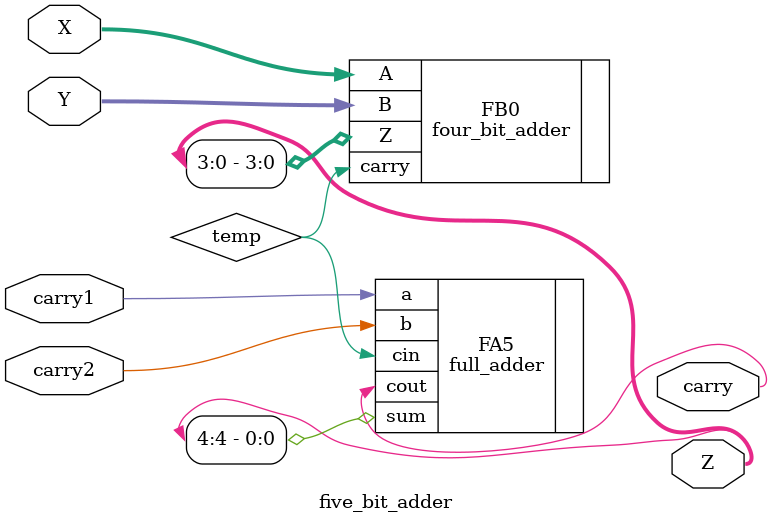
<source format=v>
`timescale 1ns / 1ps
module five_bit_adder(X,carry1,Y,carry2,Z,carry
    );
    input [3:0]X;
	 input [3:0]Y;
	 input carry1;
	 input carry2;
	 output carry;
	 wire carry;
	 output [4:0]Z;
	 wire [4:0]Z;
	 wire temp;
	 four_bit_adder FB0 (.A(X),.B(Y),.Z(Z[3:0]),.carry(temp));
	 full_adder FA5 (.a(carry1),.b(carry2),.cin(temp),.sum(Z[4]),.cout(carry));

endmodule

</source>
